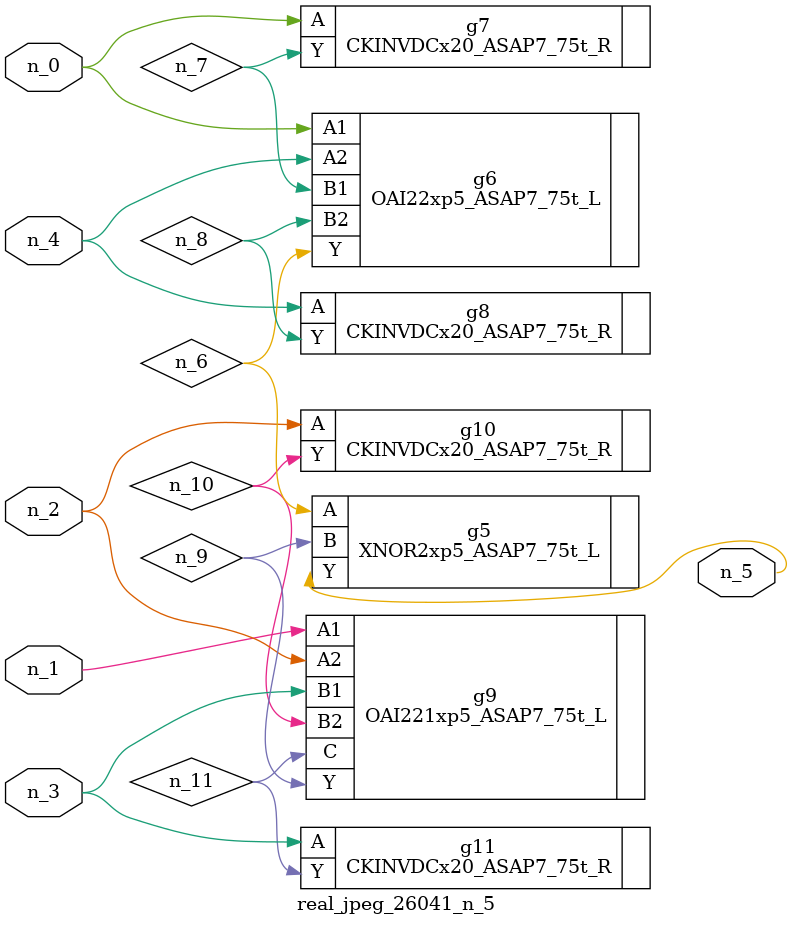
<source format=v>
module real_jpeg_26041_n_5 (n_4, n_0, n_1, n_2, n_3, n_5);

input n_4;
input n_0;
input n_1;
input n_2;
input n_3;

output n_5;

wire n_8;
wire n_11;
wire n_6;
wire n_7;
wire n_10;
wire n_9;

OAI22xp5_ASAP7_75t_L g6 ( 
.A1(n_0),
.A2(n_4),
.B1(n_7),
.B2(n_8),
.Y(n_6)
);

CKINVDCx20_ASAP7_75t_R g7 ( 
.A(n_0),
.Y(n_7)
);

OAI221xp5_ASAP7_75t_L g9 ( 
.A1(n_1),
.A2(n_2),
.B1(n_3),
.B2(n_10),
.C(n_11),
.Y(n_9)
);

CKINVDCx20_ASAP7_75t_R g10 ( 
.A(n_2),
.Y(n_10)
);

CKINVDCx20_ASAP7_75t_R g11 ( 
.A(n_3),
.Y(n_11)
);

CKINVDCx20_ASAP7_75t_R g8 ( 
.A(n_4),
.Y(n_8)
);

XNOR2xp5_ASAP7_75t_L g5 ( 
.A(n_6),
.B(n_9),
.Y(n_5)
);


endmodule
</source>
